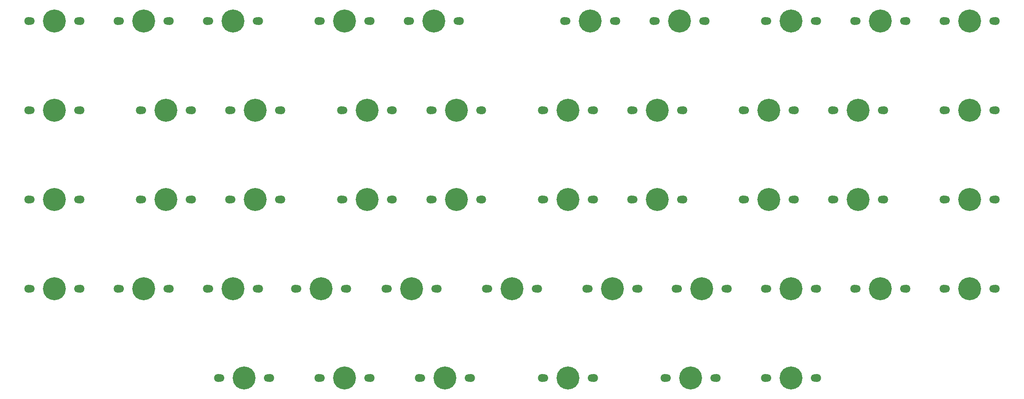
<source format=gbr>
G04 #@! TF.GenerationSoftware,KiCad,Pcbnew,(5.1.9)-1*
G04 #@! TF.CreationDate,2021-01-19T21:28:49+09:00*
G04 #@! TF.ProjectId,yuiop47,7975696f-7034-4372-9e6b-696361645f70,1*
G04 #@! TF.SameCoordinates,Original*
G04 #@! TF.FileFunction,Soldermask,Top*
G04 #@! TF.FilePolarity,Negative*
%FSLAX46Y46*%
G04 Gerber Fmt 4.6, Leading zero omitted, Abs format (unit mm)*
G04 Created by KiCad (PCBNEW (5.1.9)-1) date 2021-01-19 21:28:49*
%MOMM*%
%LPD*%
G01*
G04 APERTURE LIST*
%ADD10C,4.900000*%
%ADD11C,1.800000*%
%ADD12C,1.700000*%
G04 APERTURE END LIST*
D10*
X52368800Y-71900000D03*
D11*
X46868800Y-71900000D03*
X57868800Y-71900000D03*
D12*
X57448800Y-71900000D03*
X47288800Y-71900000D03*
X66338800Y-71900000D03*
X76498800Y-71900000D03*
D11*
X76918800Y-71900000D03*
X65918800Y-71900000D03*
D10*
X71418800Y-71900000D03*
X90468800Y-71900000D03*
D11*
X84968800Y-71900000D03*
X95968800Y-71900000D03*
D12*
X95548800Y-71900000D03*
X85388800Y-71900000D03*
X109201000Y-71900000D03*
X119361000Y-71900000D03*
D11*
X119781000Y-71900000D03*
X108781000Y-71900000D03*
D10*
X114281000Y-71900000D03*
X133331000Y-71900000D03*
D11*
X127831000Y-71900000D03*
X138831000Y-71900000D03*
D12*
X138411000Y-71900000D03*
X128251000Y-71900000D03*
D10*
X166669000Y-71900000D03*
D11*
X161169000Y-71900000D03*
X172169000Y-71900000D03*
D12*
X171749000Y-71900000D03*
X161589000Y-71900000D03*
X180639000Y-71900000D03*
X190799000Y-71900000D03*
D11*
X191219000Y-71900000D03*
X180219000Y-71900000D03*
D10*
X185719000Y-71900000D03*
D12*
X204451000Y-71900000D03*
X214611000Y-71900000D03*
D11*
X215031000Y-71900000D03*
X204031000Y-71900000D03*
D10*
X209531000Y-71900000D03*
X228581000Y-71900000D03*
D11*
X223081000Y-71900000D03*
X234081000Y-71900000D03*
D12*
X233661000Y-71900000D03*
X223501000Y-71900000D03*
X242551000Y-71900000D03*
X252711000Y-71900000D03*
D11*
X253131000Y-71900000D03*
X242131000Y-71900000D03*
D10*
X247631000Y-71900000D03*
D12*
X47288800Y-90950000D03*
X57448800Y-90950000D03*
D11*
X57868800Y-90950000D03*
X46868800Y-90950000D03*
D10*
X52368800Y-90950000D03*
D12*
X71101200Y-90950000D03*
X81261200Y-90950000D03*
D11*
X81681200Y-90950000D03*
X70681200Y-90950000D03*
D10*
X76181200Y-90950000D03*
X95231200Y-90950000D03*
D11*
X89731200Y-90950000D03*
X100731200Y-90950000D03*
D12*
X100311200Y-90950000D03*
X90151200Y-90950000D03*
D10*
X119044000Y-90950000D03*
D11*
X113544000Y-90950000D03*
X124544000Y-90950000D03*
D12*
X124124000Y-90950000D03*
X113964000Y-90950000D03*
D10*
X138094000Y-90950000D03*
D11*
X132594000Y-90950000D03*
X143594000Y-90950000D03*
D12*
X143174000Y-90950000D03*
X133014000Y-90950000D03*
X156826000Y-90950000D03*
X166986000Y-90950000D03*
D11*
X167406000Y-90950000D03*
X156406000Y-90950000D03*
D10*
X161906000Y-90950000D03*
D12*
X175876000Y-90950000D03*
X186036000Y-90950000D03*
D11*
X186456000Y-90950000D03*
X175456000Y-90950000D03*
D10*
X180956000Y-90950000D03*
X204769000Y-90950000D03*
D11*
X199269000Y-90950000D03*
X210269000Y-90950000D03*
D12*
X209849000Y-90950000D03*
X199689000Y-90950000D03*
D10*
X223819000Y-90950000D03*
D11*
X218319000Y-90950000D03*
X229319000Y-90950000D03*
D12*
X228899000Y-90950000D03*
X218739000Y-90950000D03*
X242551000Y-90950000D03*
X252711000Y-90950000D03*
D11*
X253131000Y-90950000D03*
X242131000Y-90950000D03*
D10*
X247631000Y-90950000D03*
D12*
X47288800Y-110000000D03*
X57448800Y-110000000D03*
D11*
X57868800Y-110000000D03*
X46868800Y-110000000D03*
D10*
X52368800Y-110000000D03*
X76181200Y-110000000D03*
D11*
X70681200Y-110000000D03*
X81681200Y-110000000D03*
D12*
X81261200Y-110000000D03*
X71101200Y-110000000D03*
D10*
X95231200Y-110000000D03*
D11*
X89731200Y-110000000D03*
X100731200Y-110000000D03*
D12*
X100311200Y-110000000D03*
X90151200Y-110000000D03*
X113964000Y-110000000D03*
X124124000Y-110000000D03*
D11*
X124544000Y-110000000D03*
X113544000Y-110000000D03*
D10*
X119044000Y-110000000D03*
D12*
X133014000Y-110000000D03*
X143174000Y-110000000D03*
D11*
X143594000Y-110000000D03*
X132594000Y-110000000D03*
D10*
X138094000Y-110000000D03*
X161906000Y-110000000D03*
D11*
X156406000Y-110000000D03*
X167406000Y-110000000D03*
D12*
X166986000Y-110000000D03*
X156826000Y-110000000D03*
D10*
X180956000Y-110000000D03*
D11*
X175456000Y-110000000D03*
X186456000Y-110000000D03*
D12*
X186036000Y-110000000D03*
X175876000Y-110000000D03*
X199689000Y-110000000D03*
X209849000Y-110000000D03*
D11*
X210269000Y-110000000D03*
X199269000Y-110000000D03*
D10*
X204769000Y-110000000D03*
D12*
X218739000Y-110000000D03*
X228899000Y-110000000D03*
D11*
X229319000Y-110000000D03*
X218319000Y-110000000D03*
D10*
X223819000Y-110000000D03*
X247631000Y-110000000D03*
D11*
X242131000Y-110000000D03*
X253131000Y-110000000D03*
D12*
X252711000Y-110000000D03*
X242551000Y-110000000D03*
D10*
X52368800Y-129050000D03*
D11*
X46868800Y-129050000D03*
X57868800Y-129050000D03*
D12*
X57448800Y-129050000D03*
X47288800Y-129050000D03*
X66338800Y-129050000D03*
X76498800Y-129050000D03*
D11*
X76918800Y-129050000D03*
X65918800Y-129050000D03*
D10*
X71418800Y-129050000D03*
X90468800Y-129050000D03*
D11*
X84968800Y-129050000D03*
X95968800Y-129050000D03*
D12*
X95548800Y-129050000D03*
X85388800Y-129050000D03*
X104200000Y-129050000D03*
X114360000Y-129050000D03*
D11*
X114780000Y-129050000D03*
X103780000Y-129050000D03*
D10*
X109280000Y-129050000D03*
X128569000Y-129050000D03*
D11*
X123069000Y-129050000D03*
X134069000Y-129050000D03*
D12*
X133649000Y-129050000D03*
X123489000Y-129050000D03*
X166351000Y-129050000D03*
X176511000Y-129050000D03*
D11*
X176931000Y-129050000D03*
X165931000Y-129050000D03*
D10*
X171431000Y-129050000D03*
X190481000Y-129050000D03*
D11*
X184981000Y-129050000D03*
X195981000Y-129050000D03*
D12*
X195561000Y-129050000D03*
X185401000Y-129050000D03*
X204451000Y-129050000D03*
X214611000Y-129050000D03*
D11*
X215031000Y-129050000D03*
X204031000Y-129050000D03*
D10*
X209531000Y-129050000D03*
X228581000Y-129050000D03*
D11*
X223081000Y-129050000D03*
X234081000Y-129050000D03*
D12*
X233661000Y-129050000D03*
X223501000Y-129050000D03*
X242551000Y-129050000D03*
X252711000Y-129050000D03*
D11*
X253131000Y-129050000D03*
X242131000Y-129050000D03*
D10*
X247631000Y-129050000D03*
D12*
X87770000Y-148100000D03*
X97930000Y-148100000D03*
D11*
X98350000Y-148100000D03*
X87350000Y-148100000D03*
D10*
X92850000Y-148100000D03*
X114281000Y-148100000D03*
D11*
X108781000Y-148100000D03*
X119781000Y-148100000D03*
D12*
X119361000Y-148100000D03*
X109201000Y-148100000D03*
D10*
X135712000Y-148100000D03*
D11*
X130212000Y-148100000D03*
X141212000Y-148100000D03*
D12*
X140792000Y-148100000D03*
X130632000Y-148100000D03*
X144920000Y-129050000D03*
X155080000Y-129050000D03*
D11*
X155500000Y-129050000D03*
X144500000Y-129050000D03*
D10*
X150000000Y-129050000D03*
D12*
X156826000Y-148100000D03*
X166986000Y-148100000D03*
D11*
X167406000Y-148100000D03*
X156406000Y-148100000D03*
D10*
X161906000Y-148100000D03*
X188100000Y-148100000D03*
D11*
X182600000Y-148100000D03*
X193600000Y-148100000D03*
D12*
X193180000Y-148100000D03*
X183020000Y-148100000D03*
X204451000Y-148100000D03*
X214611000Y-148100000D03*
D11*
X215031000Y-148100000D03*
X204031000Y-148100000D03*
D10*
X209531000Y-148100000D03*
M02*

</source>
